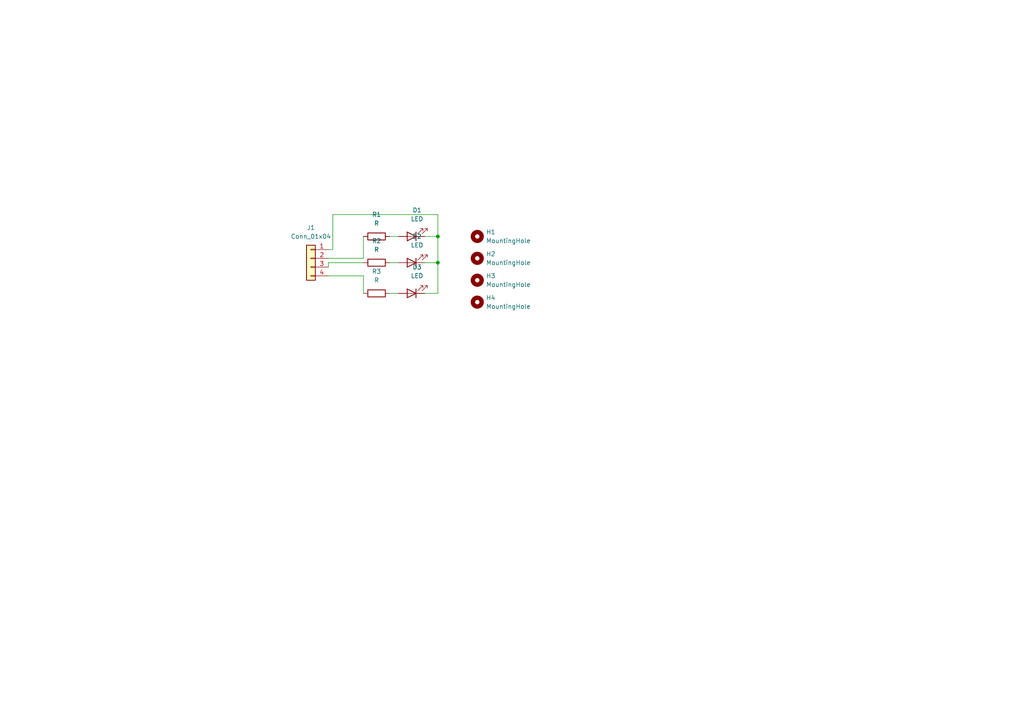
<source format=kicad_sch>
(kicad_sch (version 20211123) (generator eeschema)
  (paper "A4")
  (lib_symbols
    (symbol "Connector_Generic:Conn_01x04" (pin_names (offset 1.016) hide)
      (property "Reference" "J" (at 0 5.08 0))
      (property "Value" "Conn_01x04" (at 0 -7.62 0))
      (symbol "Conn_01x04_1_1"
        (rectangle (start -1.27 -4.953) (end 0 -5.207) (stroke (width 0.1524)))
        (rectangle (start -1.27 -2.413) (end 0 -2.667) (stroke (width 0.1524)))
        (rectangle (start -1.27 0.127) (end 0 -0.127) (stroke (width 0.1524)))
        (rectangle (start -1.27 2.667) (end 0 2.413) (stroke (width 0.1524)))
        (rectangle (start -1.27 3.81) (end 1.27 -6.35) (stroke (width 0.254)) (fill (type background)))
        (pin passive line (at -5.08 2.54 0) (length 3.81) (name "Pin_1") (number "1"))
        (pin passive line (at -5.08 0 0) (length 3.81) (name "Pin_2") (number "2"))
        (pin passive line (at -5.08 -2.54 0) (length 3.81) (name "Pin_3") (number "3"))
        (pin passive line (at -5.08 -5.08 0) (length 3.81) (name "Pin_4") (number "4"))
      )
    )
    (symbol "Device:LED" (pin_numbers hide) (pin_names (offset 1.016) hide)
      (property "Reference" "D" (at 0 2.54 0))
      (property "Value" "LED" (at 0 -2.54 0))
      (symbol "LED_0_1"
        (polyline (pts (xy -1.27 -1.27) (xy -1.27 1.27)) (stroke (width 0.254)))
        (polyline (pts (xy -1.27 0) (xy 1.27 0)))
        (polyline (pts (xy 1.27 -1.27) (xy 1.27 1.27) (xy -1.27 0) (xy 1.27 -1.27)) (stroke (width 0.254)))
        (polyline (pts (xy -3.048 -0.762) (xy -4.572 -2.286) (xy -3.81 -2.286) (xy -4.572 -2.286) (xy -4.572 -1.524)))
        (polyline (pts (xy -1.778 -0.762) (xy -3.302 -2.286) (xy -2.54 -2.286) (xy -3.302 -2.286) (xy -3.302 -1.524)))
      )
      (symbol "LED_1_1"
        (pin passive line (at -3.81 0 0) (length 2.54) (name "K") (number "1"))
        (pin passive line (at 3.81 0 180) (length 2.54) (name "A") (number "2"))
      )
    )
    (symbol "Device:R" (pin_numbers hide) (pin_names (offset 0))
      (property "Reference" "R" (at 2.032 0 90))
      (property "Value" "R" (at 0 0 90))
      (symbol "R_0_1"
        (rectangle (start -1.016 -2.54) (end 1.016 2.54) (stroke (width 0.254)))
      )
      (symbol "R_1_1"
        (pin passive line (at 0 3.81 270) (length 1.27) (name "~") (number "1"))
        (pin passive line (at 0 -3.81 90) (length 1.27) (name "~") (number "2"))
      )
    )
    (symbol "Mechanical:MountingHole" (pin_names (offset 1.016))
      (property "Reference" "H" (at 0 5.08 0))
      (property "Value" "MountingHole" (at 0 3.175 0))
      (symbol "MountingHole_0_1"
        (circle (center 0 0) (radius 1.27) (stroke (width 1.27)))
      )
    )
  )
  (junction (at 127 76.2))
  (junction (at 127 68.58))
  (wire (pts (xy 123.19 85.09) (xy 127 85.09)))
  (wire (pts (xy 96.52 62.23) (xy 96.52 72.39)))
  (wire (pts (xy 113.03 85.09) (xy 115.57 85.09)))
  (wire (pts (xy 95.25 80.01) (xy 105.41 80.01)))
  (wire (pts (xy 96.52 72.39) (xy 95.25 72.39)))
  (wire (pts (xy 105.41 74.93) (xy 95.25 74.93)))
  (wire (pts (xy 123.19 68.58) (xy 127 68.58)))
  (wire (pts (xy 127 62.23) (xy 96.52 62.23)))
  (wire (pts (xy 105.41 80.01) (xy 105.41 85.09)))
  (wire (pts (xy 127 76.2) (xy 127 68.58)))
  (wire (pts (xy 105.41 76.2) (xy 95.25 76.2)))
  (wire (pts (xy 123.19 76.2) (xy 127 76.2)))
  (wire (pts (xy 113.03 76.2) (xy 115.57 76.2)))
  (wire (pts (xy 105.41 68.58) (xy 105.41 74.93)))
  (wire (pts (xy 127 68.58) (xy 127 62.23)))
  (wire (pts (xy 95.25 76.2) (xy 95.25 77.47)))
  (wire (pts (xy 127 85.09) (xy 127 76.2)))
  (wire (pts (xy 113.03 68.58) (xy 115.57 68.58)))
  (symbol (lib_id "Mechanical:MountingHole") (at 138.43 68.58 0) (unit 1)
    (property "Reference" "H1" (at 140.97 67.3099 0) (effects (justify left)))
    (property "Value" "MountingHole" (at 140.97 69.8499 0) (effects (justify left)))
    (property "Footprint" "MountingHole:MountingHole_2.5mm_Pad" (effects hide))
  )
  (symbol (lib_id "Device:LED") (at 119.38 85.09 180) (unit 1)
    (property "Reference" "D3" (at 120.9675 77.47 0))
    (property "Value" "LED" (at 120.9675 80.01 0))
    (property "Footprint" "LED_THT:LED_D3.0mm" (effects hide))
  )
  (symbol (lib_id "Mechanical:MountingHole") (at 138.43 74.93 0) (unit 1)
    (property "Reference" "H2" (at 140.97 73.6599 0) (effects (justify left)))
    (property "Value" "MountingHole" (at 140.97 76.1999 0) (effects (justify left)))
    (property "Footprint" "MountingHole:MountingHole_2.5mm_Pad" (effects hide))
  )
  (symbol (lib_id "Device:R") (at 109.22 76.2 90) (unit 1)
    (property "Reference" "R2" (at 109.22 69.85 90))
    (property "Value" "R" (at 109.22 72.39 90))
    (property "Footprint" "Resistor_THT:R_Axial_DIN0204_L3.6mm_D1.6mm_P5.08mm_Horizontal" (effects hide))
  )
  (symbol (lib_id "Device:R") (at 109.22 85.09 90) (unit 1)
    (property "Reference" "R3" (at 109.22 78.74 90))
    (property "Value" "R" (at 109.22 81.28 90))
    (property "Footprint" "Resistor_THT:R_Axial_DIN0204_L3.6mm_D1.6mm_P5.08mm_Horizontal" (effects hide))
  )
  (symbol (lib_id "Connector_Generic:Conn_01x04") (at 90.17 74.93 0) (mirror y) (unit 1)
    (property "Reference" "J1" (at 90.17 66.04 0))
    (property "Value" "Conn_01x04" (at 90.17 68.58 0))
    (property "Footprint" "Connector_PinHeader_2.54mm:PinHeader_1x04_P2.54mm_Horizontal" (effects hide))
  )
  (symbol (lib_id "Mechanical:MountingHole") (at 138.43 87.63 0) (unit 1)
    (property "Reference" "H4" (at 140.97 86.3599 0) (effects (justify left)))
    (property "Value" "MountingHole" (at 140.97 88.8999 0) (effects (justify left)))
    (property "Footprint" "MountingHole:MountingHole_2.5mm_Pad" (effects hide))
  )
  (symbol (lib_id "Mechanical:MountingHole") (at 138.43 81.28 0) (unit 1)
    (property "Reference" "H3" (at 140.97 80.0099 0) (effects (justify left)))
    (property "Value" "MountingHole" (at 140.97 82.5499 0) (effects (justify left)))
    (property "Footprint" "MountingHole:MountingHole_2.5mm_Pad" (effects hide))
  )
  (symbol (lib_id "Device:LED") (at 119.38 68.58 180) (unit 1)
    (property "Reference" "D1" (at 120.9675 60.96 0))
    (property "Value" "LED" (at 120.9675 63.5 0))
    (property "Footprint" "LED_THT:LED_D3.0mm" (effects hide))
  )
  (symbol (lib_id "Device:R") (at 109.22 68.58 90) (unit 1)
    (property "Reference" "R1" (at 109.22 62.23 90))
    (property "Value" "R" (at 109.22 64.77 90))
    (property "Footprint" "Resistor_THT:R_Axial_DIN0204_L3.6mm_D1.6mm_P5.08mm_Horizontal" (effects hide))
  )
  (symbol (lib_id "Device:LED") (at 119.38 76.2 180) (unit 1)
    (property "Reference" "D2" (at 120.9675 68.58 0))
    (property "Value" "LED" (at 120.9675 71.12 0))
    (property "Footprint" "LED_THT:LED_D3.0mm" (effects hide))
  )
)
</source>
